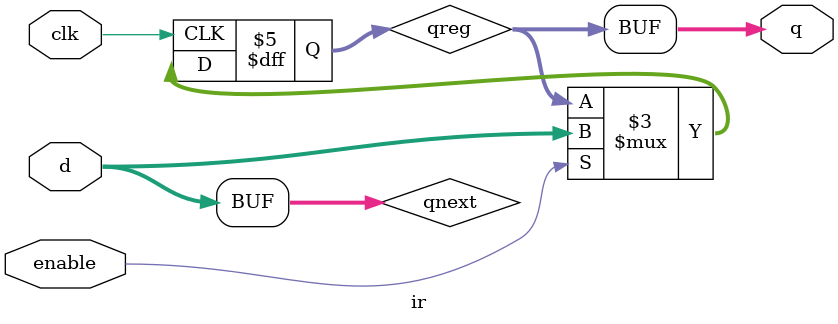
<source format=sv>
module ir #(parameter n=32)
                           (input logic clk,
                            input logic enable,
                            input logic [n-1:0]d,
                            output logic [n-1:0]q);
                            
                            logic [n-1:0]qreg,qnext;
                            
                            always_ff @(posedge clk)//async reset
                            begin
                                if(enable)
                                begin
                                    qreg<=qnext;
                                end
                            end
                            
                            always_comb
                            begin
                               qnext=d;
                            end
                            
                            assign q=qreg;
                                                        
endmodule
</source>
